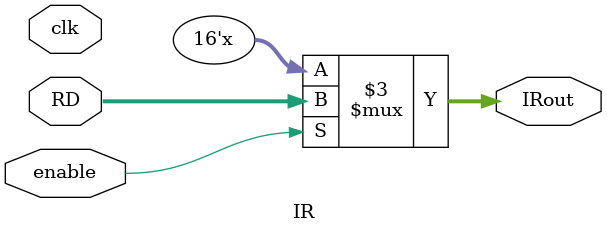
<source format=v>
`timescale 1ns / 1ps
module IR(
input [15:0] RD,
output reg [15:0] IRout,
input clk,
input enable
    );
always @ (clk) begin
	if (enable == 1) begin
		IRout <= RD;
	end
end
endmodule

</source>
